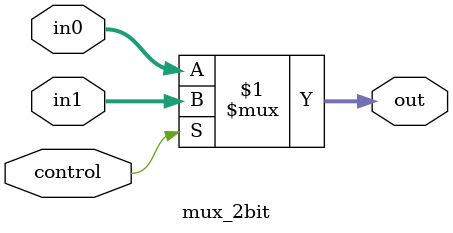
<source format=v>
`include "opcodes.v"
module mux_2bit(in1, in0, control, out);
    input [1:0] in1;
    input [1:0] in0;
    input control;
    output [1:0] out;
    begin
    assign out = control ? in1 : in0;
end
endmodule
</source>
